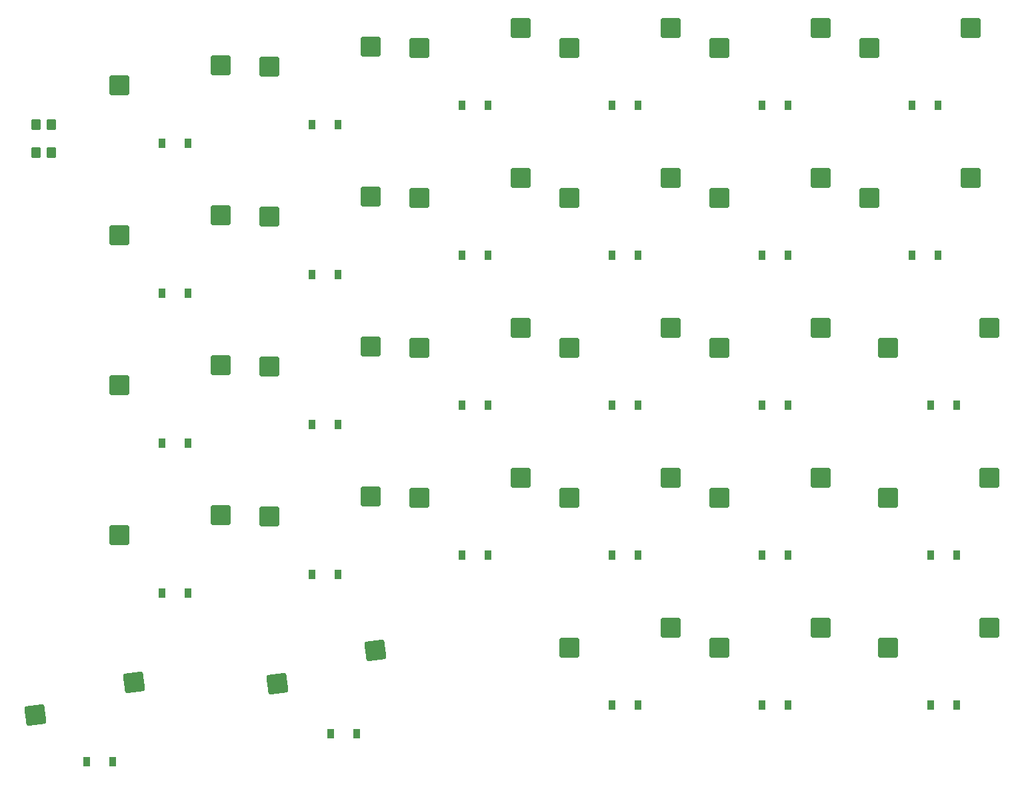
<source format=gbr>
%TF.GenerationSoftware,KiCad,Pcbnew,(6.0.4)*%
%TF.CreationDate,2022-10-11T17:37:43-05:00*%
%TF.ProjectId,GummyKey_Right,47756d6d-794b-4657-995f-52696768742e,rev?*%
%TF.SameCoordinates,Original*%
%TF.FileFunction,Paste,Bot*%
%TF.FilePolarity,Positive*%
%FSLAX46Y46*%
G04 Gerber Fmt 4.6, Leading zero omitted, Abs format (unit mm)*
G04 Created by KiCad (PCBNEW (6.0.4)) date 2022-10-11 17:37:43*
%MOMM*%
%LPD*%
G01*
G04 APERTURE LIST*
G04 Aperture macros list*
%AMRoundRect*
0 Rectangle with rounded corners*
0 $1 Rounding radius*
0 $2 $3 $4 $5 $6 $7 $8 $9 X,Y pos of 4 corners*
0 Add a 4 corners polygon primitive as box body*
4,1,4,$2,$3,$4,$5,$6,$7,$8,$9,$2,$3,0*
0 Add four circle primitives for the rounded corners*
1,1,$1+$1,$2,$3*
1,1,$1+$1,$4,$5*
1,1,$1+$1,$6,$7*
1,1,$1+$1,$8,$9*
0 Add four rect primitives between the rounded corners*
20,1,$1+$1,$2,$3,$4,$5,0*
20,1,$1+$1,$4,$5,$6,$7,0*
20,1,$1+$1,$6,$7,$8,$9,0*
20,1,$1+$1,$8,$9,$2,$3,0*%
G04 Aperture macros list end*
%ADD10RoundRect,0.250000X-1.025000X-1.000000X1.025000X-1.000000X1.025000X1.000000X-1.025000X1.000000X0*%
%ADD11RoundRect,0.250000X-0.885705X-1.125234X1.146757X-0.857656X0.885705X1.125234X-1.146757X0.857656X0*%
%ADD12R,0.900000X1.200000*%
%ADD13RoundRect,0.250000X-0.350000X-0.450000X0.350000X-0.450000X0.350000X0.450000X-0.350000X0.450000X0*%
G04 APERTURE END LIST*
D10*
%TO.C,K14*%
X173890000Y-90328750D03*
X186817000Y-87788750D03*
%TD*%
%TO.C,K10*%
X135790000Y-71278750D03*
X148717000Y-68738750D03*
%TD*%
%TO.C,K8*%
X173890000Y-71278750D03*
X186817000Y-68738750D03*
%TD*%
%TO.C,K24*%
X97690000Y-114141250D03*
X110617000Y-111601250D03*
%TD*%
%TO.C,K5*%
X116740000Y-54610000D03*
X129667000Y-52070000D03*
%TD*%
%TO.C,K9*%
X154840000Y-71278750D03*
X167767000Y-68738750D03*
%TD*%
%TO.C,K16*%
X135790000Y-90328750D03*
X148717000Y-87788750D03*
%TD*%
%TO.C,K2*%
X173890000Y-52228750D03*
X186817000Y-49688750D03*
%TD*%
%TO.C,K11*%
X116740000Y-73660000D03*
X129667000Y-71120000D03*
%TD*%
%TO.C,K26*%
X173890000Y-128428750D03*
X186817000Y-125888750D03*
%TD*%
%TO.C,K21*%
X154840000Y-109378750D03*
X167767000Y-106838750D03*
%TD*%
%TO.C,K22*%
X135790000Y-109378750D03*
X148717000Y-106838750D03*
%TD*%
%TO.C,K4*%
X135790000Y-52228750D03*
X148717000Y-49688750D03*
%TD*%
%TO.C,K18*%
X97690000Y-95091250D03*
X110617000Y-92551250D03*
%TD*%
%TO.C,K7*%
X192940000Y-71278750D03*
X205867000Y-68738750D03*
%TD*%
%TO.C,K3*%
X154840000Y-52228750D03*
X167767000Y-49688750D03*
%TD*%
%TO.C,K23*%
X116740000Y-111760000D03*
X129667000Y-109220000D03*
%TD*%
%TO.C,K6*%
X97690000Y-56991250D03*
X110617000Y-54451250D03*
%TD*%
%TO.C,K19*%
X195321250Y-109378750D03*
X208248250Y-106838750D03*
%TD*%
%TO.C,K1*%
X192940000Y-52228750D03*
X205867000Y-49688750D03*
%TD*%
%TO.C,K15*%
X154840000Y-90328750D03*
X167767000Y-87788750D03*
%TD*%
D11*
%TO.C,K28*%
X117756497Y-132960848D03*
X130241368Y-128755266D03*
%TD*%
D10*
%TO.C,K20*%
X173890000Y-109378750D03*
X186817000Y-106838750D03*
%TD*%
%TO.C,K25*%
X195321250Y-128428750D03*
X208248250Y-125888750D03*
%TD*%
%TO.C,K27*%
X154840000Y-128428750D03*
X167767000Y-125888750D03*
%TD*%
%TO.C,K13*%
X195321250Y-90328750D03*
X208248250Y-87788750D03*
%TD*%
D11*
%TO.C,K29*%
X87065082Y-137001450D03*
X99549953Y-132795868D03*
%TD*%
D10*
%TO.C,K12*%
X97690000Y-76041250D03*
X110617000Y-73501250D03*
%TD*%
%TO.C,K17*%
X116740000Y-92710000D03*
X129667000Y-90170000D03*
%TD*%
D12*
%TO.C,D16*%
X141225000Y-97631250D03*
X144525000Y-97631250D03*
%TD*%
%TO.C,D14*%
X179325000Y-97631250D03*
X182625000Y-97631250D03*
%TD*%
%TO.C,D12*%
X103125000Y-83343750D03*
X106425000Y-83343750D03*
%TD*%
%TO.C,D4*%
X141225000Y-59531250D03*
X144525000Y-59531250D03*
%TD*%
%TO.C,D27*%
X160275000Y-135731250D03*
X163575000Y-135731250D03*
%TD*%
D13*
%TO.C,R1*%
X87106250Y-61912500D03*
X89106250Y-61912500D03*
%TD*%
D12*
%TO.C,D24*%
X103125000Y-121443750D03*
X106425000Y-121443750D03*
%TD*%
%TO.C,D29*%
X93600000Y-142875000D03*
X96900000Y-142875000D03*
%TD*%
%TO.C,D10*%
X141225000Y-78581250D03*
X144525000Y-78581250D03*
%TD*%
%TO.C,D13*%
X200756250Y-97631250D03*
X204056250Y-97631250D03*
%TD*%
%TO.C,D22*%
X141225000Y-116681250D03*
X144525000Y-116681250D03*
%TD*%
%TO.C,D25*%
X200756250Y-135731250D03*
X204056250Y-135731250D03*
%TD*%
%TO.C,D15*%
X160275000Y-97631250D03*
X163575000Y-97631250D03*
%TD*%
%TO.C,D5*%
X122175000Y-61912500D03*
X125475000Y-61912500D03*
%TD*%
%TO.C,D7*%
X198375000Y-78581250D03*
X201675000Y-78581250D03*
%TD*%
%TO.C,D28*%
X124556250Y-139303125D03*
X127856250Y-139303125D03*
%TD*%
%TO.C,D1*%
X198375000Y-59531250D03*
X201675000Y-59531250D03*
%TD*%
%TO.C,D23*%
X122175000Y-119062500D03*
X125475000Y-119062500D03*
%TD*%
%TO.C,D9*%
X160275000Y-78581250D03*
X163575000Y-78581250D03*
%TD*%
%TO.C,D20*%
X179325000Y-116681250D03*
X182625000Y-116681250D03*
%TD*%
D13*
%TO.C,R2*%
X87106250Y-65484375D03*
X89106250Y-65484375D03*
%TD*%
D12*
%TO.C,D11*%
X122175000Y-80962500D03*
X125475000Y-80962500D03*
%TD*%
%TO.C,D17*%
X122175000Y-100012500D03*
X125475000Y-100012500D03*
%TD*%
%TO.C,D26*%
X179325000Y-135731250D03*
X182625000Y-135731250D03*
%TD*%
%TO.C,D21*%
X160275000Y-116681250D03*
X163575000Y-116681250D03*
%TD*%
%TO.C,D3*%
X160275000Y-59531250D03*
X163575000Y-59531250D03*
%TD*%
%TO.C,D18*%
X103125000Y-102393750D03*
X106425000Y-102393750D03*
%TD*%
%TO.C,D8*%
X179325000Y-78581250D03*
X182625000Y-78581250D03*
%TD*%
%TO.C,D19*%
X200756250Y-116681250D03*
X204056250Y-116681250D03*
%TD*%
%TO.C,D6*%
X103125000Y-64293750D03*
X106425000Y-64293750D03*
%TD*%
%TO.C,D2*%
X179325000Y-59531250D03*
X182625000Y-59531250D03*
%TD*%
M02*

</source>
